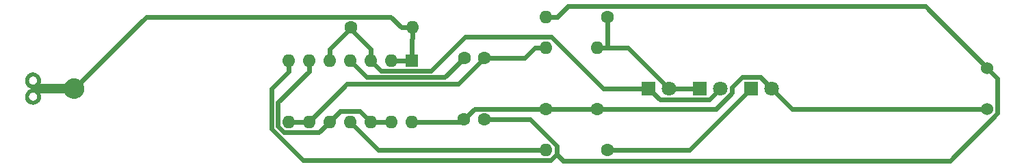
<source format=gbr>
%TF.GenerationSoftware,KiCad,Pcbnew,5.1.5-1.fc31*%
%TF.CreationDate,2020-01-22T17:03:45+01:00*%
%TF.ProjectId,logical-probe-1,6c6f6769-6361-46c2-9d70-726f62652d31,1.0*%
%TF.SameCoordinates,PX3efb0c0PY9157080*%
%TF.FileFunction,Copper,L2,Bot*%
%TF.FilePolarity,Positive*%
%FSLAX46Y46*%
G04 Gerber Fmt 4.6, Leading zero omitted, Abs format (unit mm)*
G04 Created by KiCad (PCBNEW 5.1.5-1.fc31) date 2020-01-22 17:03:45*
%MOMM*%
%LPD*%
G04 APERTURE LIST*
%TA.AperFunction,ComponentPad*%
%ADD10C,1.600000*%
%TD*%
%TA.AperFunction,ComponentPad*%
%ADD11C,1.800000*%
%TD*%
%TA.AperFunction,ComponentPad*%
%ADD12R,1.800000X1.800000*%
%TD*%
%TA.AperFunction,ComponentPad*%
%ADD13C,1.524000*%
%TD*%
%TA.AperFunction,ComponentPad*%
%ADD14C,0.150000*%
%TD*%
%TA.AperFunction,ComponentPad*%
%ADD15O,1.600000X1.600000*%
%TD*%
%TA.AperFunction,ComponentPad*%
%ADD16R,1.600000X1.600000*%
%TD*%
%TA.AperFunction,Conductor*%
%ADD17C,0.600000*%
%TD*%
G04 APERTURE END LIST*
D10*
%TO.P,C1,1*%
%TO.N,Net-(C1-Pad1)*%
X60960000Y16510000D03*
%TO.P,C1,2*%
%TO.N,Net-(C1-Pad2)*%
X58460000Y16510000D03*
%TD*%
%TO.P,C2,2*%
%TO.N,GND*%
X60920000Y8890000D03*
%TO.P,C2,1*%
%TO.N,VDD*%
X58420000Y8890000D03*
%TD*%
D11*
%TO.P,D1,2*%
%TO.N,Net-(D1-Pad2)*%
X83820000Y12700000D03*
D12*
%TO.P,D1,1*%
%TO.N,Net-(D1-Pad1)*%
X81280000Y12700000D03*
%TD*%
%TO.P,D2,1*%
%TO.N,Net-(D1-Pad2)*%
X87630000Y12700000D03*
D11*
%TO.P,D2,2*%
%TO.N,Net-(D1-Pad1)*%
X90170000Y12700000D03*
%TD*%
D12*
%TO.P,D3,1*%
%TO.N,Net-(D3-Pad1)*%
X93980000Y12700000D03*
D11*
%TO.P,D3,2*%
%TO.N,VDD*%
X96520000Y12700000D03*
%TD*%
D13*
%TO.P,J1,1*%
%TO.N,VDD*%
X123190000Y10160000D03*
%TO.P,J1,2*%
%TO.N,GND*%
X123190000Y15240000D03*
%TD*%
%TA.AperFunction,ComponentPad*%
D14*
%TO.P,J2,1*%
%TO.N,Signal-in*%
G36*
X5226730Y14689177D02*
G01*
X5322980Y14670031D01*
X5416890Y14641544D01*
X5507555Y14603989D01*
X5594103Y14557729D01*
X5675699Y14503208D01*
X5751559Y14440951D01*
X5820951Y14371559D01*
X5883208Y14295699D01*
X5937729Y14214103D01*
X5983989Y14127555D01*
X6021544Y14036890D01*
X6050031Y13942980D01*
X6069177Y13846730D01*
X6078795Y13749068D01*
X6078795Y13650932D01*
X6069177Y13553270D01*
X6050031Y13457020D01*
X6021544Y13363110D01*
X5995403Y13300000D01*
X9042404Y13300000D01*
X9070685Y13352910D01*
X9139926Y13456538D01*
X9218992Y13552880D01*
X9307120Y13641008D01*
X9403462Y13720074D01*
X9507090Y13789315D01*
X9617005Y13848066D01*
X9732150Y13895761D01*
X9851415Y13931940D01*
X9973652Y13956254D01*
X10097684Y13968470D01*
X10222316Y13968470D01*
X10346348Y13956254D01*
X10468585Y13931940D01*
X10587850Y13895761D01*
X10702995Y13848066D01*
X10812910Y13789315D01*
X10916538Y13720074D01*
X11012880Y13641008D01*
X11101008Y13552880D01*
X11180074Y13456538D01*
X11249315Y13352910D01*
X11308066Y13242995D01*
X11355761Y13127850D01*
X11391940Y13008585D01*
X11416254Y12886348D01*
X11428470Y12762316D01*
X11428470Y12637684D01*
X11416254Y12513652D01*
X11391940Y12391415D01*
X11355761Y12272150D01*
X11308066Y12157005D01*
X11249315Y12047090D01*
X11180074Y11943462D01*
X11101008Y11847120D01*
X11012880Y11758992D01*
X10916538Y11679926D01*
X10812910Y11610685D01*
X10702995Y11551934D01*
X10587850Y11504239D01*
X10468585Y11468060D01*
X10346348Y11443746D01*
X10222316Y11431530D01*
X10097684Y11431530D01*
X9973652Y11443746D01*
X9851415Y11468060D01*
X9732150Y11504239D01*
X9617005Y11551934D01*
X9507090Y11610685D01*
X9403462Y11679926D01*
X9307120Y11758992D01*
X9218992Y11847120D01*
X9139926Y11943462D01*
X9070685Y12047090D01*
X9042404Y12100000D01*
X5995403Y12100000D01*
X6021544Y12036890D01*
X6050031Y11942980D01*
X6069177Y11846730D01*
X6078795Y11749068D01*
X6078795Y11650932D01*
X6069177Y11553270D01*
X6050031Y11457020D01*
X6021544Y11363110D01*
X5983989Y11272445D01*
X5937729Y11185897D01*
X5883208Y11104301D01*
X5820951Y11028441D01*
X5751559Y10959049D01*
X5675699Y10896792D01*
X5594103Y10842271D01*
X5507555Y10796011D01*
X5416890Y10758456D01*
X5322980Y10729969D01*
X5226730Y10710823D01*
X5129068Y10701205D01*
X5030932Y10701205D01*
X4933270Y10710823D01*
X4837020Y10729969D01*
X4743110Y10758456D01*
X4652445Y10796011D01*
X4565897Y10842271D01*
X4484301Y10896792D01*
X4408441Y10959049D01*
X4339049Y11028441D01*
X4276792Y11104301D01*
X4222271Y11185897D01*
X4176011Y11272445D01*
X4138456Y11363110D01*
X4109969Y11457020D01*
X4090823Y11553270D01*
X4081205Y11650932D01*
X4081205Y11724534D01*
X4580602Y11724534D01*
X4580602Y11675466D01*
X4585412Y11626635D01*
X4594984Y11578510D01*
X4609228Y11531555D01*
X4628005Y11486222D01*
X4651136Y11442949D01*
X4678396Y11402150D01*
X4709524Y11364221D01*
X4744221Y11329524D01*
X4782150Y11298396D01*
X4822949Y11271136D01*
X4866222Y11248005D01*
X4911555Y11229228D01*
X4958510Y11214984D01*
X5006635Y11205412D01*
X5055466Y11200602D01*
X5104534Y11200602D01*
X5153365Y11205412D01*
X5201490Y11214984D01*
X5248445Y11229228D01*
X5293778Y11248005D01*
X5337051Y11271136D01*
X5377850Y11298396D01*
X5415779Y11329524D01*
X5450476Y11364221D01*
X5481604Y11402150D01*
X5508864Y11442949D01*
X5531995Y11486222D01*
X5550772Y11531555D01*
X5565016Y11578510D01*
X5574588Y11626635D01*
X5579398Y11675466D01*
X5579398Y11724534D01*
X5574588Y11773365D01*
X5565016Y11821490D01*
X5550772Y11868445D01*
X5531995Y11913778D01*
X5508864Y11957051D01*
X5481604Y11997850D01*
X5450476Y12035779D01*
X5415779Y12070476D01*
X5377850Y12101604D01*
X5337051Y12128864D01*
X5293778Y12151995D01*
X5248445Y12170772D01*
X5201490Y12185016D01*
X5153365Y12194588D01*
X5104534Y12199398D01*
X5055466Y12199398D01*
X5006635Y12194588D01*
X4958510Y12185016D01*
X4911555Y12170772D01*
X4866222Y12151995D01*
X4822949Y12128864D01*
X4782150Y12101604D01*
X4744221Y12070476D01*
X4709524Y12035779D01*
X4678396Y11997850D01*
X4651136Y11957051D01*
X4628005Y11913778D01*
X4609228Y11868445D01*
X4594984Y11821490D01*
X4585412Y11773365D01*
X4580602Y11724534D01*
X4081205Y11724534D01*
X4081205Y11749068D01*
X4090823Y11846730D01*
X4109969Y11942980D01*
X4138456Y12036890D01*
X4176011Y12127555D01*
X4222271Y12214103D01*
X4276792Y12295699D01*
X4339049Y12371559D01*
X4408441Y12440951D01*
X4484301Y12503208D01*
X4565897Y12557729D01*
X4652445Y12603989D01*
X4743110Y12641544D01*
X4837020Y12670031D01*
X4933270Y12689177D01*
X4960532Y12691862D01*
X4960015Y12704189D01*
X4960237Y12708167D01*
X4933270Y12710823D01*
X4837020Y12729969D01*
X4743110Y12758456D01*
X4652445Y12796011D01*
X4565897Y12842271D01*
X4484301Y12896792D01*
X4408441Y12959049D01*
X4339049Y13028441D01*
X4276792Y13104301D01*
X4222271Y13185897D01*
X4176011Y13272445D01*
X4138456Y13363110D01*
X4109969Y13457020D01*
X4090823Y13553270D01*
X4081205Y13650932D01*
X4081205Y13724534D01*
X4580602Y13724534D01*
X4580602Y13675466D01*
X4585412Y13626635D01*
X4594984Y13578510D01*
X4609228Y13531555D01*
X4628005Y13486222D01*
X4651136Y13442949D01*
X4678396Y13402150D01*
X4709524Y13364221D01*
X4744221Y13329524D01*
X4782150Y13298396D01*
X4822949Y13271136D01*
X4866222Y13248005D01*
X4911555Y13229228D01*
X4958510Y13214984D01*
X5006635Y13205412D01*
X5055466Y13200602D01*
X5104534Y13200602D01*
X5153365Y13205412D01*
X5201490Y13214984D01*
X5248445Y13229228D01*
X5293778Y13248005D01*
X5337051Y13271136D01*
X5377850Y13298396D01*
X5415779Y13329524D01*
X5450476Y13364221D01*
X5481604Y13402150D01*
X5508864Y13442949D01*
X5531995Y13486222D01*
X5550772Y13531555D01*
X5565016Y13578510D01*
X5574588Y13626635D01*
X5579398Y13675466D01*
X5579398Y13724534D01*
X5574588Y13773365D01*
X5565016Y13821490D01*
X5550772Y13868445D01*
X5531995Y13913778D01*
X5508864Y13957051D01*
X5481604Y13997850D01*
X5450476Y14035779D01*
X5415779Y14070476D01*
X5377850Y14101604D01*
X5337051Y14128864D01*
X5293778Y14151995D01*
X5248445Y14170772D01*
X5201490Y14185016D01*
X5153365Y14194588D01*
X5104534Y14199398D01*
X5055466Y14199398D01*
X5006635Y14194588D01*
X4958510Y14185016D01*
X4911555Y14170772D01*
X4866222Y14151995D01*
X4822949Y14128864D01*
X4782150Y14101604D01*
X4744221Y14070476D01*
X4709524Y14035779D01*
X4678396Y13997850D01*
X4651136Y13957051D01*
X4628005Y13913778D01*
X4609228Y13868445D01*
X4594984Y13821490D01*
X4585412Y13773365D01*
X4580602Y13724534D01*
X4081205Y13724534D01*
X4081205Y13749068D01*
X4090823Y13846730D01*
X4109969Y13942980D01*
X4138456Y14036890D01*
X4176011Y14127555D01*
X4222271Y14214103D01*
X4276792Y14295699D01*
X4339049Y14371559D01*
X4408441Y14440951D01*
X4484301Y14503208D01*
X4565897Y14557729D01*
X4652445Y14603989D01*
X4743110Y14641544D01*
X4837020Y14670031D01*
X4933270Y14689177D01*
X5030932Y14698795D01*
X5129068Y14698795D01*
X5226730Y14689177D01*
G37*
%TD.AperFunction*%
%TD*%
D15*
%TO.P,R1,2*%
%TO.N,Signal-in*%
X52070000Y20320000D03*
D10*
%TO.P,R1,1*%
%TO.N,Net-(D1-Pad1)*%
X44450000Y20320000D03*
%TD*%
D15*
%TO.P,R2,2*%
%TO.N,Net-(D1-Pad2)*%
X74930000Y17780000D03*
D10*
%TO.P,R2,1*%
%TO.N,VDD*%
X74930000Y10160000D03*
%TD*%
%TO.P,R3,1*%
%TO.N,Net-(D1-Pad2)*%
X76200000Y21590000D03*
D15*
%TO.P,R3,2*%
%TO.N,GND*%
X68580000Y21590000D03*
%TD*%
D10*
%TO.P,R4,1*%
%TO.N,VDD*%
X68580000Y10160000D03*
D15*
%TO.P,R4,2*%
%TO.N,Net-(C1-Pad1)*%
X68580000Y17780000D03*
%TD*%
D10*
%TO.P,R5,1*%
%TO.N,Net-(D3-Pad1)*%
X76200000Y5080000D03*
D15*
%TO.P,R5,2*%
%TO.N,Net-(R5-Pad2)*%
X68580000Y5080000D03*
%TD*%
D16*
%TO.P,U1,1*%
%TO.N,Signal-in*%
X51925000Y16205000D03*
D15*
%TO.P,U1,8*%
%TO.N,Net-(C1-Pad1)*%
X36685000Y8585000D03*
%TO.P,U1,2*%
%TO.N,Signal-in*%
X49385000Y16205000D03*
%TO.P,U1,9*%
%TO.N,Net-(C1-Pad1)*%
X39225000Y8585000D03*
%TO.P,U1,3*%
%TO.N,Net-(D1-Pad1)*%
X46845000Y16205000D03*
%TO.P,U1,10*%
%TO.N,Net-(U1-Pad10)*%
X41765000Y8585000D03*
%TO.P,U1,4*%
%TO.N,Net-(C1-Pad2)*%
X44305000Y16205000D03*
%TO.P,U1,11*%
%TO.N,Net-(R5-Pad2)*%
X44305000Y8585000D03*
%TO.P,U1,5*%
%TO.N,Net-(D1-Pad1)*%
X41765000Y16205000D03*
%TO.P,U1,12*%
%TO.N,Net-(U1-Pad10)*%
X46845000Y8585000D03*
%TO.P,U1,6*%
X39225000Y16205000D03*
%TO.P,U1,13*%
X49385000Y8585000D03*
%TO.P,U1,7*%
%TO.N,GND*%
X36685000Y16205000D03*
%TO.P,U1,14*%
%TO.N,VDD*%
X51925000Y8585000D03*
%TD*%
D17*
%TO.N,Net-(C1-Pad1)*%
X60960000Y16510000D02*
X65910000Y16510000D01*
X65910000Y16510000D02*
X67180000Y17780000D01*
X39225000Y8585000D02*
X43944000Y13304000D01*
X43944000Y13304000D02*
X57754000Y13304000D01*
X57754000Y13304000D02*
X60960000Y16510000D01*
X68580000Y17780000D02*
X67180000Y17780000D01*
X39225000Y8585000D02*
X38085000Y8585000D01*
X36685000Y8585000D02*
X38085000Y8585000D01*
%TO.N,Net-(C1-Pad2)*%
X44305000Y16205000D02*
X46405700Y14104300D01*
X46405700Y14104300D02*
X56054300Y14104300D01*
X56054300Y14104300D02*
X58460000Y16510000D01*
%TO.N,GND*%
X123190000Y15240000D02*
X124460000Y13970000D01*
X124460000Y13970000D02*
X124460000Y9623800D01*
X124460000Y9623800D02*
X118587300Y3751100D01*
X118587300Y3751100D02*
X70694300Y3751100D01*
X70694300Y3751100D02*
X69895600Y4549800D01*
X69980000Y21590000D02*
X71286900Y22896900D01*
X71286900Y22896900D02*
X115533100Y22896900D01*
X115533100Y22896900D02*
X123190000Y15240000D01*
X69895600Y4549800D02*
X69895600Y5616400D01*
X69895600Y5616400D02*
X66622000Y8890000D01*
X66622000Y8890000D02*
X60920000Y8890000D01*
X36685000Y14805000D02*
X34584200Y12704200D01*
X34584200Y12704200D02*
X34584200Y7673400D01*
X34584200Y7673400D02*
X38496100Y3761500D01*
X38496100Y3761500D02*
X69107300Y3761500D01*
X69107300Y3761500D02*
X69895600Y4549800D01*
X36685000Y16205000D02*
X36685000Y14805000D01*
X68580000Y21590000D02*
X69980000Y21590000D01*
%TO.N,VDD*%
X74930000Y10160000D02*
X89610500Y10160000D01*
X89610500Y10160000D02*
X91618100Y12167600D01*
X91618100Y12167600D02*
X91618100Y12892500D01*
X91618100Y12892500D02*
X92849000Y14123400D01*
X92849000Y14123400D02*
X95096600Y14123400D01*
X95096600Y14123400D02*
X96520000Y12700000D01*
X68580000Y10160000D02*
X74930000Y10160000D01*
X123190000Y10160000D02*
X99060000Y10160000D01*
X99060000Y10160000D02*
X96520000Y12700000D01*
X58420000Y8890000D02*
X59722400Y10192400D01*
X59722400Y10192400D02*
X68547600Y10192400D01*
X68547600Y10192400D02*
X68580000Y10160000D01*
X51925000Y8585000D02*
X58115000Y8585000D01*
X58115000Y8585000D02*
X58420000Y8890000D01*
%TO.N,Net-(D1-Pad2)*%
X76200000Y17780000D02*
X78740000Y17780000D01*
X78740000Y17780000D02*
X83820000Y12700000D01*
X74930000Y17780000D02*
X76200000Y17780000D01*
X76200000Y21590000D02*
X76200000Y17780000D01*
X87630000Y12700000D02*
X83820000Y12700000D01*
%TO.N,Net-(D1-Pad1)*%
X44305000Y20145000D02*
X44450000Y20290000D01*
X44450000Y20290000D02*
X44450000Y20320000D01*
X41765000Y17605000D02*
X44305000Y20145000D01*
X44305000Y20145000D02*
X46845000Y17605000D01*
X46845000Y16205000D02*
X46845000Y17605000D01*
X81280000Y12700000D02*
X75630900Y12700000D01*
X75630900Y12700000D02*
X69193000Y19137900D01*
X69193000Y19137900D02*
X58590400Y19137900D01*
X58590400Y19137900D02*
X54357100Y14904600D01*
X54357100Y14904600D02*
X48145400Y14904600D01*
X48145400Y14904600D02*
X46845000Y16205000D01*
X41765000Y16205000D02*
X41765000Y17605000D01*
X90170000Y12700000D02*
X88769600Y11299600D01*
X88769600Y11299600D02*
X82680400Y11299600D01*
X82680400Y11299600D02*
X81280000Y12700000D01*
%TO.N,Net-(D3-Pad1)*%
X76200000Y5080000D02*
X86360000Y5080000D01*
X86360000Y5080000D02*
X93980000Y12700000D01*
%TO.N,Signal-in*%
X52070000Y20320000D02*
X50670000Y20320000D01*
X50670000Y20320000D02*
X49369400Y21620600D01*
X49369400Y21620600D02*
X19080600Y21620600D01*
X19080600Y21620600D02*
X10160000Y12700000D01*
X52070000Y19929000D02*
X52070000Y20320000D01*
X52070000Y19929000D02*
X52070000Y18920000D01*
X51925000Y16205000D02*
X51925000Y18775000D01*
X51925000Y18775000D02*
X52070000Y18920000D01*
X51925000Y16205000D02*
X50785000Y16205000D01*
X49385000Y16205000D02*
X50785000Y16205000D01*
%TO.N,Net-(R5-Pad2)*%
X44305000Y8585000D02*
X47810000Y5080000D01*
X47810000Y5080000D02*
X68580000Y5080000D01*
%TO.N,Net-(U1-Pad10)*%
X41765000Y8585000D02*
X40453000Y7273000D01*
X40453000Y7273000D02*
X36130600Y7273000D01*
X36130600Y7273000D02*
X35384600Y8019000D01*
X35384600Y8019000D02*
X35384600Y10964600D01*
X35384600Y10964600D02*
X39225000Y14805000D01*
X46845000Y8585000D02*
X45524300Y9905700D01*
X45524300Y9905700D02*
X43085700Y9905700D01*
X43085700Y9905700D02*
X41765000Y8585000D01*
X49385000Y8585000D02*
X46845000Y8585000D01*
X39225000Y16205000D02*
X39225000Y14805000D01*
%TD*%
M02*

</source>
